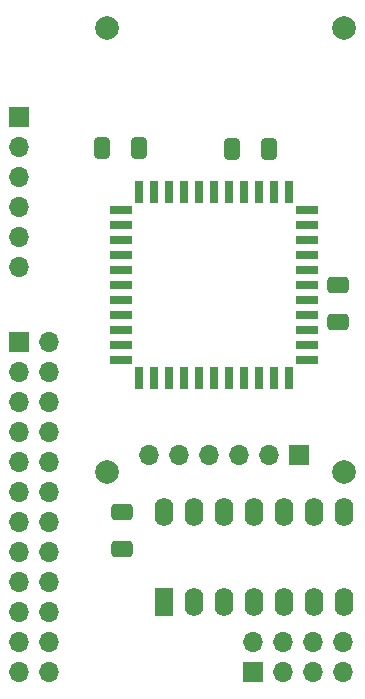
<source format=gbr>
%TF.GenerationSoftware,KiCad,Pcbnew,8.0.0-8.0.0-1~ubuntu22.04.1*%
%TF.CreationDate,2024-03-03T19:53:44+01:00*%
%TF.ProjectId,spi65,73706936-352e-46b6-9963-61645f706362,rev?*%
%TF.SameCoordinates,Original*%
%TF.FileFunction,Soldermask,Top*%
%TF.FilePolarity,Negative*%
%FSLAX46Y46*%
G04 Gerber Fmt 4.6, Leading zero omitted, Abs format (unit mm)*
G04 Created by KiCad (PCBNEW 8.0.0-8.0.0-1~ubuntu22.04.1) date 2024-03-03 19:53:44*
%MOMM*%
%LPD*%
G01*
G04 APERTURE LIST*
G04 Aperture macros list*
%AMRoundRect*
0 Rectangle with rounded corners*
0 $1 Rounding radius*
0 $2 $3 $4 $5 $6 $7 $8 $9 X,Y pos of 4 corners*
0 Add a 4 corners polygon primitive as box body*
4,1,4,$2,$3,$4,$5,$6,$7,$8,$9,$2,$3,0*
0 Add four circle primitives for the rounded corners*
1,1,$1+$1,$2,$3*
1,1,$1+$1,$4,$5*
1,1,$1+$1,$6,$7*
1,1,$1+$1,$8,$9*
0 Add four rect primitives between the rounded corners*
20,1,$1+$1,$2,$3,$4,$5,0*
20,1,$1+$1,$4,$5,$6,$7,0*
20,1,$1+$1,$6,$7,$8,$9,0*
20,1,$1+$1,$8,$9,$2,$3,0*%
G04 Aperture macros list end*
%ADD10RoundRect,0.250000X-0.650000X0.412500X-0.650000X-0.412500X0.650000X-0.412500X0.650000X0.412500X0*%
%ADD11R,1.700000X1.700000*%
%ADD12O,1.700000X1.700000*%
%ADD13C,2.000000*%
%ADD14RoundRect,0.250000X-0.412500X-0.650000X0.412500X-0.650000X0.412500X0.650000X-0.412500X0.650000X0*%
%ADD15R,1.600000X2.400000*%
%ADD16O,1.600000X2.400000*%
%ADD17RoundRect,0.250000X0.412500X0.650000X-0.412500X0.650000X-0.412500X-0.650000X0.412500X-0.650000X0*%
%ADD18R,1.925000X0.700000*%
%ADD19R,0.700000X1.925000*%
%ADD20RoundRect,0.250000X0.650000X-0.412500X0.650000X0.412500X-0.650000X0.412500X-0.650000X-0.412500X0*%
G04 APERTURE END LIST*
D10*
%TO.C,C4*%
X112903000Y-93091000D03*
X112903000Y-96216000D03*
%TD*%
D11*
%TO.C,J3*%
X104140000Y-59690000D03*
D12*
X104140000Y-62230000D03*
X104140000Y-64770000D03*
X104140000Y-67310000D03*
X104140000Y-69850000D03*
X104140000Y-72390000D03*
%TD*%
D11*
%TO.C,J2*%
X123952000Y-106680000D03*
D12*
X123952000Y-104140000D03*
X126492000Y-106680000D03*
X126492000Y-104140000D03*
X129032000Y-106680000D03*
X129032000Y-104140000D03*
X131572000Y-106680000D03*
X131572000Y-104140000D03*
%TD*%
D13*
%TO.C,J1*%
X111633000Y-52133500D03*
X111633000Y-89725500D03*
X131699000Y-52133500D03*
X131699000Y-89725500D03*
D11*
X127867000Y-88306500D03*
D12*
X125327000Y-88306500D03*
X122787000Y-88306500D03*
X120247000Y-88306500D03*
X117707000Y-88306500D03*
X115167000Y-88306500D03*
%TD*%
D14*
%TO.C,C2*%
X122174000Y-62357000D03*
X125299000Y-62357000D03*
%TD*%
D15*
%TO.C,U2*%
X116459000Y-100711000D03*
D16*
X118999000Y-100711000D03*
X121539000Y-100711000D03*
X124079000Y-100711000D03*
X126619000Y-100711000D03*
X129159000Y-100711000D03*
X131699000Y-100711000D03*
X131699000Y-93091000D03*
X129159000Y-93091000D03*
X126619000Y-93091000D03*
X124079000Y-93091000D03*
X121539000Y-93091000D03*
X118999000Y-93091000D03*
X116459000Y-93091000D03*
%TD*%
D11*
%TO.C,SLOT1*%
X104140000Y-78740000D03*
D12*
X106680000Y-78740000D03*
X104140000Y-81280000D03*
X106680000Y-81280000D03*
X104140000Y-83820000D03*
X106680000Y-83820000D03*
X104140000Y-86360000D03*
X106680000Y-86360000D03*
X104140000Y-88900000D03*
X106680000Y-88900000D03*
X104140000Y-91440000D03*
X106680000Y-91440000D03*
X104140000Y-93980000D03*
X106680000Y-93980000D03*
X104140000Y-96520000D03*
X106680000Y-96520000D03*
X104140000Y-99060000D03*
X106680000Y-99060000D03*
X104140000Y-101600000D03*
X106680000Y-101600000D03*
X104140000Y-104140000D03*
X106680000Y-104140000D03*
X104140000Y-106680000D03*
X106680000Y-106680000D03*
%TD*%
D17*
%TO.C,C3*%
X114338500Y-62268500D03*
X111213500Y-62268500D03*
%TD*%
D18*
%TO.C,U1*%
X112787499Y-73902500D03*
X112787499Y-75172501D03*
X112787499Y-76442500D03*
X112787499Y-77712500D03*
X112787498Y-78982500D03*
X112787499Y-80252500D03*
D19*
X114299999Y-81765000D03*
X115569999Y-81765001D03*
X116839999Y-81765000D03*
X118109999Y-81765000D03*
X119379998Y-81765000D03*
X120649999Y-81765000D03*
X121920000Y-81765000D03*
X123189999Y-81765000D03*
X124459999Y-81765000D03*
X125729999Y-81765001D03*
X126999999Y-81765000D03*
D18*
X128512499Y-80252500D03*
X128512500Y-78982500D03*
X128512499Y-77712500D03*
X128512499Y-76442500D03*
X128512499Y-75172501D03*
X128512499Y-73902500D03*
X128512499Y-72632499D03*
X128512499Y-71362500D03*
X128512499Y-70092500D03*
X128512500Y-68822500D03*
X128512499Y-67552500D03*
D19*
X126999999Y-66040000D03*
X125729999Y-66039999D03*
X124459999Y-66040000D03*
X123189999Y-66040000D03*
X121920000Y-66040000D03*
X120649999Y-66040000D03*
X119379998Y-66040000D03*
X118109999Y-66040000D03*
X116839999Y-66040000D03*
X115569999Y-66039999D03*
X114299999Y-66040000D03*
D18*
X112787499Y-67552500D03*
X112787498Y-68822500D03*
X112787499Y-70092500D03*
X112787499Y-71362500D03*
X112787499Y-72632499D03*
%TD*%
D20*
%TO.C,C1*%
X131191000Y-77000500D03*
X131191000Y-73875500D03*
%TD*%
M02*

</source>
